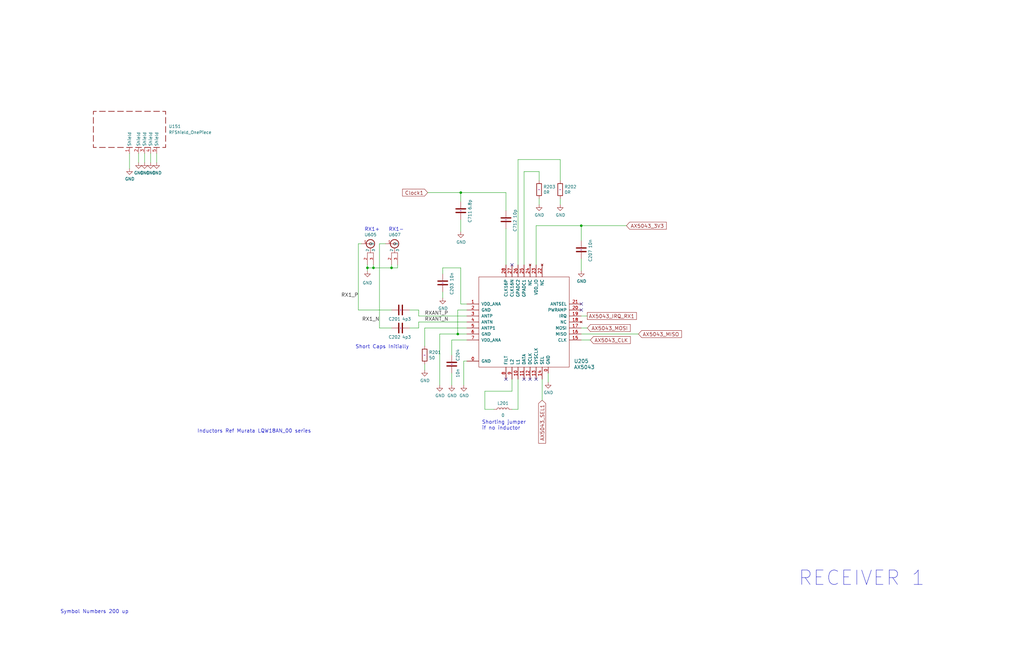
<source format=kicad_sch>
(kicad_sch (version 20230121) (generator eeschema)
  (paper "USLedger")
  (title_block (title "Radiation Tolerant PacSat Communication") (date "2023-06-17") (rev "A") (company "AMSAT-NA") (comment 1 "N5BRG"))
  (lib_symbols
    (symbol "Device:C" (pin_numbers hide) (pin_names (offset 0.254))
      (property "Reference" "C" (at 0.635 2.54 0))
      (property "Value" "C" (at 0.635 -2.54 0))
      (symbol "C_0_1"
        (polyline (pts (xy -2.032 -0.762) (xy 2.032 -0.762)) (stroke (width 0.508)))
        (polyline (pts (xy -2.032 0.762) (xy 2.032 0.762)) (stroke (width 0.508)))
      )
      (symbol "C_1_1"
        (pin passive line (at 0 3.81 270) (length 2.794) (name "~") (number "1"))
        (pin passive line (at 0 -3.81 90) (length 2.794) (name "~") (number "2"))
      )
    )
    (symbol "Device:L" (pin_numbers hide) (pin_names (offset 1.016) hide)
      (property "Reference" "L" (at -1.27 0 90))
      (property "Value" "L" (at 1.905 0 90))
      (symbol "L_0_1"
        (arc (start 0 -2.54) (mid 0.6323 -1.905) (end 0 -1.27))
        (arc (start 0 -1.27) (mid 0.6323 -0.635) (end 0 0))
        (arc (start 0 0) (mid 0.6323 0.635) (end 0 1.27))
        (arc (start 0 1.27) (mid 0.6323 1.905) (end 0 2.54))
      )
      (symbol "L_1_1"
        (pin passive line (at 0 3.81 270) (length 1.27) (name "1") (number "1"))
        (pin passive line (at 0 -3.81 90) (length 1.27) (name "2") (number "2"))
      )
    )
    (symbol "Device:R" (pin_numbers hide) (pin_names (offset 0))
      (property "Reference" "R" (at 2.032 0 90))
      (property "Value" "R" (at 0 0 90))
      (symbol "R_0_1"
        (rectangle (start -1.016 -2.54) (end 1.016 2.54) (stroke (width 0.254)))
      )
      (symbol "R_1_1"
        (pin passive line (at 0 3.81 270) (length 1.27) (name "~") (number "1"))
        (pin passive line (at 0 -3.81 90) (length 1.27) (name "~") (number "2"))
      )
    )
    (symbol "PACSAT_DEV_misc:AX5043" (pin_names (offset 1.016))
      (property "Reference" "U156" (at 16.51 -21.59 0))
      (property "Value" "AX5043" (at -5.08 0 0))
      (symbol "AX5043_0_1"
        (rectangle (start -19.05 19.05) (end 19.05 -19.05))
      )
      (symbol "AX5043_1_1"
        (pin passive line (at -24.13 -16.51 0) (length 5.08) (name "GND") (number "0"))
        (pin power_in line (at 10.16 -21.59 90) (length 2.54) (name "GND") (number "0"))
        (pin passive line (at -24.13 7.62 0) (length 5.08) (name "VDD_ANA") (number "1"))
        (pin passive line (at -2.54 -24.13 90) (length 5.08) (name "L1") (number "10"))
        (pin input line (at 0 -24.13 90) (length 5.08) (name "DATA") (number "11"))
        (pin input line (at 2.54 -24.13 90) (length 5.08) (name "DCLK") (number "12"))
        (pin output line (at 5.08 -24.13 90) (length 5.08) (name "SYSCLK") (number "13"))
        (pin input line (at 7.62 -24.13 90) (length 5.08) (name "SEL") (number "14"))
        (pin input line (at 24.13 -7.62 180) (length 5.08) (name "CLK") (number "15"))
        (pin tri_state line (at 24.13 -5.08 180) (length 5.08) (name "MISO") (number "16"))
        (pin input line (at 24.13 -2.54 180) (length 5.08) (name "MOSI") (number "17"))
        (pin no_connect line (at 24.13 0 180) (length 5.08) (name "NC") (number "18"))
        (pin output line (at 24.13 2.54 180) (length 5.08) (name "IRQ") (number "19"))
        (pin input line (at -24.13 5.08 0) (length 5.08) (name "GND") (number "2"))
        (pin output line (at 24.13 5.08 180) (length 5.08) (name "PWRAMP") (number "20"))
        (pin output line (at 24.13 7.62 180) (length 5.08) (name "ANTSEL") (number "21"))
        (pin no_connect line (at 7.62 24.13 270) (length 5.08) (name "NC") (number "22"))
        (pin passive line (at 5.08 24.13 270) (length 5.08) (name "VDD_IO") (number "23"))
        (pin no_connect line (at 2.54 24.13 270) (length 5.08) (name "NC") (number "24"))
        (pin input line (at 0 24.13 270) (length 5.08) (name "GPADC1") (number "25"))
        (pin input line (at -2.54 24.13 270) (length 5.08) (name "GPADC2") (number "26"))
        (pin passive line (at -5.08 24.13 270) (length 5.08) (name "CLK16N") (number "27"))
        (pin passive line (at -7.62 24.13 270) (length 5.08) (name "CLK16P") (number "28"))
        (pin bidirectional line (at -24.13 2.54 0) (length 5.08) (name "ANTP") (number "3"))
        (pin bidirectional line (at -24.13 0 0) (length 5.08) (name "ANTN") (number "4"))
        (pin output line (at -24.13 -2.54 0) (length 5.08) (name "ANTP1") (number "5"))
        (pin input line (at -24.13 -5.08 0) (length 5.08) (name "GND") (number "6"))
        (pin passive line (at -24.13 -7.62 0) (length 5.08) (name "VDD_ANA") (number "7"))
        (pin passive line (at -7.62 -24.13 90) (length 5.08) (name "FILT") (number "8"))
        (pin passive line (at -5.08 -24.13 90) (length 5.08) (name "L2") (number "9"))
      )
    )
    (symbol "PACSAT_DEV_misc:RF_SHIELD_BOX"
      (property "Reference" "U" (at -15.24 8.89 0))
      (symbol "RF_SHIELD_BOX_0_1"
        (polyline (pts (xy -16.51 -5.08) (xy -16.51 -2.54)) (stroke (width 0.254)))
        (polyline (pts (xy -16.51 -1.27) (xy -16.51 1.27)) (stroke (width 0.254)))
        (polyline (pts (xy -16.51 2.54) (xy -16.51 5.08)) (stroke (width 0.254)))
        (polyline (pts (xy -13.97 7.62) (xy -11.43 7.62)) (stroke (width 0.254)))
        (polyline (pts (xy -11.43 -7.62) (xy -13.97 -7.62)) (stroke (width 0.254)))
        (polyline (pts (xy -7.62 -7.62) (xy -10.16 -7.62)) (stroke (width 0.254)))
        (polyline (pts (xy -7.62 7.62) (xy -10.16 7.62)) (stroke (width 0.254)))
        (polyline (pts (xy -3.81 -7.62) (xy -6.35 -7.62)) (stroke (width 0.254)))
        (polyline (pts (xy -3.81 7.62) (xy -6.35 7.62)) (stroke (width 0.254)))
        (polyline (pts (xy -2.54 -7.62) (xy 0 -7.62)) (stroke (width 0.254)))
        (polyline (pts (xy 0 7.62) (xy -2.54 7.62)) (stroke (width 0.254)))
        (polyline (pts (xy 1.27 -7.62) (xy 3.81 -7.62)) (stroke (width 0.254)))
        (polyline (pts (xy 3.81 7.62) (xy 1.27 7.62)) (stroke (width 0.254)))
        (polyline (pts (xy 5.08 -7.62) (xy 7.62 -7.62)) (stroke (width 0.254)))
        (polyline (pts (xy 7.62 7.62) (xy 5.08 7.62)) (stroke (width 0.254)))
        (polyline (pts (xy 8.89 -7.62) (xy 11.43 -7.62)) (stroke (width 0.254)))
        (polyline (pts (xy 11.43 7.62) (xy 8.89 7.62)) (stroke (width 0.254)))
        (polyline (pts (xy 13.97 -5.08) (xy 13.97 -2.54)) (stroke (width 0.254)))
        (polyline (pts (xy 13.97 -1.27) (xy 13.97 1.27)) (stroke (width 0.254)))
        (polyline (pts (xy 13.97 2.54) (xy 13.97 5.08)) (stroke (width 0.254)))
        (polyline (pts (xy -16.51 6.35) (xy -16.51 7.62) (xy -15.24 7.62)) (stroke (width 0.254)))
        (polyline (pts (xy -15.24 -7.62) (xy -16.51 -7.62) (xy -16.51 -6.35)) (stroke (width 0.254)))
        (polyline (pts (xy 12.7 -7.62) (xy 13.97 -7.62) (xy 13.97 -6.35)) (stroke (width 0.254)))
        (polyline (pts (xy 13.97 6.35) (xy 13.97 7.62) (xy 12.7 7.62)) (stroke (width 0.254)))
      )
      (symbol "RF_SHIELD_BOX_1_1"
        (pin power_in line (at -1.27 -10.16 90) (length 2.54) (name "Shield") (number "1"))
        (pin power_in line (at 2.54 -10.16 90) (length 2.54) (name "Shield") (number "2"))
        (pin power_in line (at 5.08 -10.16 90) (length 2.54) (name "Shield") (number "3"))
        (pin power_in line (at 7.62 -10.16 90) (length 2.54) (name "Shield") (number "4"))
        (pin power_in line (at 10.16 -10.16 90) (length 2.54) (name "Shield") (number "5"))
      )
    )
    (symbol "PACSAT_DEV_misc:U_FL"
      (property "Reference" "U" (at -3.81 2.54 0))
      (symbol "U_FL_0_1"
        (polyline (pts (xy -1.27 -3.81) (xy 1.27 -3.81)))
        (polyline (pts (xy 0 -3.81) (xy 0 -1.778)))
        (circle (center 0 0) (radius 0.508) (stroke (width 0.2032)))
        (circle (center 0 0) (radius 1.778) (stroke (width 0.3048)))
      )
      (symbol "U_FL_1_1"
        (pin bidirectional line (at -3.81 0 0) (length 3.302) (name "In") (number "1"))
        (pin power_in line (at -1.27 -8.89 90) (length 5.08) (name "2") (number "2"))
        (pin power_in line (at 1.27 -8.89 90) (length 5.08) (name "3") (number "3"))
      )
    )
    (symbol "power:GND" (power) (pin_names (offset 0))
      (property "Value" "GND" (at 0 -3.81 0))
      (symbol "GND_0_1"
        (polyline (pts (xy 0 0) (xy 0 -1.27) (xy 1.27 -1.27) (xy 0 -2.54) (xy -1.27 -1.27) (xy 0 -1.27)))
      )
      (symbol "GND_1_1"
        (pin power_in line (at 0 0 270) (length 0) hide (name "GND") (number "1"))
      )
    )
  )
  (junction (at 154.94 113.03))
  (junction (at 193.04 140.97))
  (junction (at 165.1 113.03))
  (junction (at 157.48 113.03))
  (junction (at 194.31 81.28))
  (junction (at 245.11 95.25))
  (no_connect (at 223.52 160.02))
  (no_connect (at 213.36 160.02))
  (no_connect (at 215.9 111.76))
  (no_connect (at 245.11 128.27))
  (no_connect (at 226.06 160.02))
  (no_connect (at 220.98 160.02))
  (no_connect (at 245.11 130.81))
  (wire (pts (xy 220.98 72.39) (xy 227.33 72.39)))
  (wire (pts (xy 194.31 113.03) (xy 186.69 113.03)))
  (wire (pts (xy 193.04 140.97) (xy 196.85 140.97)))
  (wire (pts (xy 179.07 153.67) (xy 179.07 156.21)))
  (wire (pts (xy 245.11 95.25) (xy 264.16 95.25)))
  (wire (pts (xy 179.07 138.43) (xy 196.85 138.43)))
  (wire (pts (xy 60.96 64.77) (xy 60.96 68.58)))
  (wire (pts (xy 236.22 67.31) (xy 236.22 76.2)))
  (wire (pts (xy 194.31 128.27) (xy 194.31 113.03)))
  (wire (pts (xy 151.13 130.81) (xy 165.1 130.81)))
  (wire (pts (xy 151.13 102.87) (xy 151.13 130.81)))
  (wire (pts (xy 154.94 113.03) (xy 157.48 113.03)))
  (wire (pts (xy 165.1 113.03) (xy 167.64 113.03)))
  (wire (pts (xy 54.61 64.77) (xy 54.61 71.12)))
  (wire (pts (xy 213.36 96.52) (xy 213.36 111.76)))
  (wire (pts (xy 215.9 165.1) (xy 204.47 165.1)))
  (wire (pts (xy 186.69 113.03) (xy 186.69 115.57)))
  (wire (pts (xy 245.11 101.6) (xy 245.11 95.25)))
  (wire (pts (xy 186.69 123.19) (xy 186.69 125.73)))
  (wire (pts (xy 194.31 81.28) (xy 194.31 85.09)))
  (wire (pts (xy 176.53 138.43) (xy 176.53 135.89)))
  (wire (pts (xy 215.9 172.72) (xy 218.44 172.72)))
  (wire (pts (xy 66.04 64.77) (xy 66.04 68.58)))
  (wire (pts (xy 160.02 138.43) (xy 165.1 138.43)))
  (wire (pts (xy 160.02 102.87) (xy 160.02 138.43)))
  (wire (pts (xy 220.98 72.39) (xy 220.98 111.76)))
  (wire (pts (xy 154.94 111.76) (xy 154.94 113.03)))
  (wire (pts (xy 185.42 140.97) (xy 193.04 140.97)))
  (wire (pts (xy 218.44 160.02) (xy 218.44 172.72)))
  (wire (pts (xy 195.58 152.4) (xy 195.58 162.56)))
  (wire (pts (xy 204.47 165.1) (xy 204.47 172.72)))
  (wire (pts (xy 196.85 130.81) (xy 193.04 130.81)))
  (wire (pts (xy 231.14 157.48) (xy 231.14 161.29)))
  (wire (pts (xy 226.06 95.25) (xy 245.11 95.25)))
  (wire (pts (xy 167.64 111.76) (xy 167.64 113.03)))
  (wire (pts (xy 236.22 83.82) (xy 236.22 86.36)))
  (wire (pts (xy 154.94 113.03) (xy 154.94 114.3)))
  (wire (pts (xy 245.11 133.35) (xy 247.65 133.35)))
  (wire (pts (xy 58.42 64.77) (xy 58.42 68.58)))
  (wire (pts (xy 245.11 138.43) (xy 247.65 138.43)))
  (wire (pts (xy 228.6 160.02) (xy 228.6 168.91)))
  (wire (pts (xy 227.33 83.82) (xy 227.33 86.36)))
  (wire (pts (xy 157.48 111.76) (xy 157.48 113.03)))
  (wire (pts (xy 176.53 133.35) (xy 196.85 133.35)))
  (wire (pts (xy 245.11 109.22) (xy 245.11 114.3)))
  (wire (pts (xy 190.5 143.51) (xy 190.5 149.86)))
  (wire (pts (xy 196.85 152.4) (xy 195.58 152.4)))
  (wire (pts (xy 218.44 67.31) (xy 236.22 67.31)))
  (wire (pts (xy 157.48 113.03) (xy 165.1 113.03)))
  (wire (pts (xy 226.06 111.76) (xy 226.06 95.25)))
  (wire (pts (xy 196.85 128.27) (xy 194.31 128.27)))
  (wire (pts (xy 172.72 138.43) (xy 176.53 138.43)))
  (wire (pts (xy 172.72 130.81) (xy 176.53 130.81)))
  (wire (pts (xy 185.42 162.56) (xy 185.42 140.97)))
  (wire (pts (xy 180.34 81.28) (xy 194.31 81.28)))
  (wire (pts (xy 213.36 81.28) (xy 213.36 88.9)))
  (wire (pts (xy 162.56 102.87) (xy 160.02 102.87)))
  (wire (pts (xy 204.47 172.72) (xy 208.28 172.72)))
  (wire (pts (xy 176.53 130.81) (xy 176.53 133.35)))
  (wire (pts (xy 152.4 102.87) (xy 151.13 102.87)))
  (wire (pts (xy 245.11 143.51) (xy 248.92 143.51)))
  (wire (pts (xy 245.11 140.97) (xy 269.24 140.97)))
  (wire (pts (xy 194.31 92.71) (xy 194.31 97.79)))
  (wire (pts (xy 63.5 64.77) (xy 63.5 68.58)))
  (wire (pts (xy 165.1 111.76) (xy 165.1 113.03)))
  (wire (pts (xy 218.44 67.31) (xy 218.44 111.76)))
  (wire (pts (xy 179.07 138.43) (xy 179.07 146.05)))
  (wire (pts (xy 176.53 135.89) (xy 196.85 135.89)))
  (wire (pts (xy 196.85 143.51) (xy 190.5 143.51)))
  (wire (pts (xy 190.5 157.48) (xy 190.5 162.56)))
  (wire (pts (xy 193.04 130.81) (xy 193.04 140.97)))
  (wire (pts (xy 194.31 81.28) (xy 213.36 81.28)))
  (wire (pts (xy 215.9 160.02) (xy 215.9 165.1)))
  (wire (pts (xy 227.33 72.39) (xy 227.33 76.2)))
  (text "Inductors Ref Murata LQW18AN_00 series" (at 83.185 182.88 0) (effects (font (size 1.524 1.524)) (justify left bottom)))
  (text "RECEIVER 1" (at 336.55 247.65 0) (effects (font (size 6.096 6.096)) (justify left bottom)))
  (text "Symbol Numbers 200 up" (at 25.4 259.08 0) (effects (font (size 1.524 1.524)) (justify left bottom)))
  (text "RX1+" (at 153.67 97.79 0) (effects (font (size 1.524 1.524)) (justify left bottom)))
  (text "Shorting jumper\nif no inductor" (at 203.2 181.61 0) (effects (font (size 1.524 1.524)) (justify left bottom)))
  (text "RX1-" (at 163.83 97.79 0) (effects (font (size 1.524 1.524)) (justify left bottom)))
  (text "Short Caps Initially" (at 149.86 147.32 0) (effects (font (size 1.524 1.524)) (justify left bottom)))
  (label "RX1_P" (at 151.13 125.73 180) (effects (font (size 1.524 1.524))))
  (label "RXANT_N" (at 179.07 135.89 0) (effects (font (size 1.524 1.524))))
  (label "RX1_N" (at 160.02 135.89 180) (effects (font (size 1.524 1.524))))
  (label "RXANT_P" (at 179.07 133.35 0) (effects (font (size 1.524 1.524))))
  (global_label "AX5043_MOSI" (shape input) (at 247.65 138.43 0) (effects (font (size 1.524 1.524))) (property "Intersheetrefs" "${INTERSHEET_REFS}" (effects hide)))
  (global_label "AX5043_IRQ_RX1" (shape passive) (at 247.65 133.35 0) (effects (font (size 1.524 1.524))) (property "Intersheetrefs" "${INTERSHEET_REFS}" (effects hide)))
  (global_label "AX5043_MISO" (shape input) (at 269.24 140.97 0) (effects (font (size 1.524 1.524))) (property "Intersheetrefs" "${INTERSHEET_REFS}" (effects hide)))
  (global_label "AX5043_CLK" (shape input) (at 248.92 143.51 0) (effects (font (size 1.524 1.524))) (property "Intersheetrefs" "${INTERSHEET_REFS}" (effects hide)))
  (global_label "Clock1" (shape input) (at 180.34 81.28 180) (effects (font (size 1.524 1.524))) (property "Intersheetrefs" "${INTERSHEET_REFS}" (effects hide)))
  (global_label "AX5043_SEL1" (shape input) (at 228.6 168.91 270) (effects (font (size 1.524 1.524))) (property "Intersheetrefs" "${INTERSHEET_REFS}" (effects hide)))
  (global_label "AX5043_3V3" (shape input) (at 264.16 95.25 0) (effects (font (size 1.524 1.524))) (property "Intersheetrefs" "${INTERSHEET_REFS}" (effects hide)))
  (symbol (lib_id "PACSAT_DEV_misc:AX5043") (at 220.98 135.89 0) (unit 1)
    (property "Reference" "U205" (at 245.11 152.4 0) (effects (font (size 1.524 1.524))))
    (property "Value" "AX5043" (at 246.38 154.94 0) (effects (font (size 1.524 1.524))))
    (property "Footprint" "PacSatDev_onsemi:QFN28" (effects hide))
  )
  (symbol (lib_id "Device:C") (at 190.5 153.67 180) (unit 1)
    (property "Reference" "C204" (at 193.04 149.86 90))
    (property "Value" "10n" (at 193.04 157.48 90))
    (property "Footprint" "Capacitor_SMD:C_0603_1608Metric_Pad1.08x0.95mm_HandSolder" (effects hide))
    (property "Datasheet" "~" (at 190.5 153.67 0))
  )
  (symbol (lib_id "Device:C") (at 213.36 92.71 0) (unit 1)
    (property "Reference" "C712" (at 217.17 95.25 90))
    (property "Value" "10p" (at 217.17 90.17 90))
    (property "Footprint" "Capacitor_SMD:C_0603_1608Metric_Pad1.08x0.95mm_HandSolder" (effects hide))
    (property "Datasheet" "~" (at 213.36 92.71 0))
    (instances (project "PacSat+dev+revC_230909" (path "" (reference "C712") (unit 1)) (path "" (reference "C206") (unit 1))))
  )
  (symbol (lib_id "Device:C") (at 194.31 88.9 0) (unit 1)
    (property "Reference" "C711" (at 198.12 91.44 90))
    (property "Value" "6.8p" (at 198.12 86.36 90))
    (property "Footprint" "Capacitor_SMD:C_0603_1608Metric_Pad1.08x0.95mm_HandSolder" (effects hide))
    (property "Datasheet" "~" (at 194.31 88.9 0))
    (instances (project "PacSat+dev+revC_230909" (path "" (reference "C711") (unit 1)) (path "" (reference "C205") (unit 1))))
  )
  (symbol (lib_id "power:GND") (at 190.5 162.56 0) (unit 1)
    (property "Reference" "#PWR0206" (effects hide))
    (property "Value" "GND" (at 190.627 166.9542 0))
  )
  (symbol (lib_id "power:GND") (at 194.31 97.79 0) (unit 1)
    (property "Reference" "#PWR0735" (effects hide))
    (property "Value" "GND" (at 194.437 102.1842 0))
    (instances (project "PacSat+dev+revC_230909" (path "" (reference "#PWR0735") (unit 1)) (path "" (reference "#PWR0207") (unit 1))))
  )
  (symbol (lib_id "power:GND") (at 66.04 68.58 0) (unit 1)
    (property "Reference" "#PWR0161" (effects hide))
    (property "Value" "GND" (at 66.167 72.9742 0))
    (instances (project "PacSat+dev+revC_230909" (path "" (reference "#PWR0161") (unit 1)) (path "" (reference "#PWR0724") (unit 1))))
  )
  (symbol (lib_id "power:GND") (at 236.22 86.36 0) (unit 1)
    (property "Reference" "#PWR0211" (effects hide))
    (property "Value" "GND" (at 236.347 90.7542 0))
  )
  (symbol (lib_id "power:GND") (at 186.69 125.73 0) (unit 1)
    (property "Reference" "#PWR0205" (effects hide))
    (property "Value" "GND" (at 186.817 130.1242 0))
  )
  (symbol (lib_id "power:GND") (at 63.5 68.58 0) (unit 1)
    (property "Reference" "#PWR0161" (effects hide))
    (property "Value" "GND" (at 63.627 72.9742 0))
    (instances (project "PacSat+dev+revC_230909" (path "" (reference "#PWR0161") (unit 1)) (path "" (reference "#PWR0725") (unit 1))))
  )
  (symbol (lib_id "Device:C") (at 245.11 105.41 0) (unit 1)
    (property "Reference" "C207" (at 248.92 107.95 90))
    (property "Value" "10n" (at 248.92 102.87 90))
    (property "Footprint" "Capacitor_SMD:C_0603_1608Metric_Pad1.08x0.95mm_HandSolder" (effects hide))
    (property "Datasheet" "~" (at 245.11 105.41 0))
  )
  (symbol (lib_id "Device:C") (at 186.69 119.38 0) (unit 1)
    (property "Reference" "C203" (at 190.5 121.92 90))
    (property "Value" "10n" (at 190.5 116.84 90))
    (property "Footprint" "Capacitor_SMD:C_0603_1608Metric_Pad1.08x0.95mm_HandSolder" (effects hide))
    (property "Datasheet" "~" (at 186.69 119.38 0))
  )
  (symbol (lib_id "power:GND") (at 58.42 68.58 0) (unit 1)
    (property "Reference" "#PWR0161" (effects hide))
    (property "Value" "GND" (at 58.547 72.9742 0))
    (instances (project "PacSat+dev+revC_230909" (path "" (reference "#PWR0161") (unit 1)) (path "" (reference "#PWR0713") (unit 1))))
  )
  (symbol (lib_id "power:GND") (at 54.61 71.12 0) (unit 1)
    (property "Reference" "#PWR0161" (effects hide))
    (property "Value" "GND" (at 54.737 75.5142 0))
    (instances (project "PacSat+dev+revC_230909" (path "" (reference "#PWR0161") (unit 1)) (path "" (reference "#PWR0617") (unit 1))))
  )
  (symbol (lib_id "power:GND") (at 154.94 114.3 0) (unit 1)
    (property "Reference" "#PWR0614" (effects hide))
    (property "Value" "GND" (at 154.94 119.38 0))
    (instances (project "PacSat+dev+revC_230909" (path "" (reference "#PWR0614") (unit 1)) (path "" (reference "#PWR0202") (unit 1))))
  )
  (symbol (lib_id "power:GND") (at 231.14 161.29 0) (unit 1)
    (property "Reference" "#PWR0210" (effects hide))
    (property "Value" "GND" (at 231.267 165.6842 0))
  )
  (symbol (lib_id "power:GND") (at 245.11 114.3 0) (unit 1)
    (property "Reference" "#PWR0212" (effects hide))
    (property "Value" "GND" (at 245.237 118.6942 0))
  )
  (symbol (lib_id "Device:C") (at 168.91 130.81 270) (unit 1)
    (property "Reference" "C201" (at 166.37 134.62 90))
    (property "Value" "4p3" (at 171.45 134.62 90))
    (property "Footprint" "Capacitor_SMD:C_0603_1608Metric_Pad1.08x0.95mm_HandSolder" (effects hide))
    (property "Datasheet" "~" (at 168.91 130.81 0))
  )
  (symbol (lib_id "Device:L") (at 212.09 172.72 90) (unit 1)
    (property "Reference" "L201" (at 212.09 170.18 90))
    (property "Value" "0" (at 212.09 175.26 90))
    (property "Footprint" "PacSatDev_misc:L_Murata_LQH2MCNxxxx02_2.0x1.6mm" (effects hide))
  )
  (symbol (lib_id "power:GND") (at 60.96 68.58 0) (unit 1)
    (property "Reference" "#PWR0161" (effects hide))
    (property "Value" "GND" (at 61.087 72.9742 0))
    (instances (project "PacSat+dev+revC_230909" (path "" (reference "#PWR0161") (unit 1)) (path "" (reference "#PWR0723") (unit 1))))
  )
  (symbol (lib_id "power:GND") (at 227.33 86.36 0) (unit 1)
    (property "Reference" "#PWR0209" (effects hide))
    (property "Value" "GND" (at 227.457 90.7542 0))
  )
  (symbol (lib_id "PACSAT_DEV_misc:U_FL") (at 156.21 102.87 0) (unit 1)
    (property "Reference" "U605" (at 153.67 99.06 0) (effects (justify left)))
    (property "Value" "~" (at 156.21 102.87 0))
    (property "Footprint" "PacSatDev_misc:U_FL" (effects hide))
    (instances (project "PacSat+dev+revC_230909" (path "" (reference "U605") (unit 1)) (path "" (reference "P201") (unit 1))))
  )
  (symbol (lib_id "power:GND") (at 185.42 162.56 0) (unit 1)
    (property "Reference" "#PWR0204" (effects hide))
    (property "Value" "GND" (at 185.547 166.9542 0))
  )
  (symbol (lib_id "power:GND") (at 179.07 156.21 0) (unit 1)
    (property "Reference" "#PWR0203" (effects hide))
    (property "Value" "GND" (at 179.197 160.6042 0))
  )
  (symbol (lib_id "Device:R") (at 236.22 80.01 0) (unit 1)
    (property "Reference" "R202" (at 237.998 78.8416 0) (effects (justify left)))
    (property "Value" "0R" (at 237.998 81.153 0) (effects (justify left)))
    (property "Footprint" "Resistor_SMD:R_0603_1608Metric_Pad0.98x0.95mm_HandSolder" (effects hide))
    (property "Datasheet" "~" (at 236.22 80.01 0))
  )
  (symbol (lib_id "Device:C") (at 168.91 138.43 270) (unit 1)
    (property "Reference" "C202" (at 166.37 142.24 90))
    (property "Value" "4p3" (at 171.45 142.24 90))
    (property "Footprint" "Capacitor_SMD:C_0603_1608Metric_Pad1.08x0.95mm_HandSolder" (effects hide))
    (property "Datasheet" "~" (at 168.91 138.43 0))
  )
  (symbol (lib_id "PACSAT_DEV_misc:RF_SHIELD_BOX") (at 55.88 54.61 0) (unit 1)
    (property "Reference" "U151" (at 71.12 53.34 0) (effects (justify left)))
    (property "Value" "RFShield_OnePiece" (at 71.12 55.88 0) (effects (justify left)))
    (property "Footprint" "PacSatDev_misc:RF_SHIELD_BMI_S_201_F_U201" (effects hide))
    (instances (project "PacSat+dev+revC_230909" (path "" (reference "U151") (unit 1)) (path "" (reference "U201") (unit 1))))
  )
  (symbol (lib_id "Device:R") (at 179.07 149.86 0) (unit 1)
    (property "Reference" "R201" (at 180.848 148.6916 0) (effects (justify left)))
    (property "Value" "50" (at 180.848 151.003 0) (effects (justify left)))
    (property "Footprint" "Resistor_SMD:R_0603_1608Metric_Pad0.98x0.95mm_HandSolder" (effects hide))
    (property "Datasheet" "~" (at 179.07 149.86 0))
  )
  (symbol (lib_id "power:GND") (at 195.58 162.56 0) (unit 1)
    (property "Reference" "#PWR0208" (effects hide))
    (property "Value" "GND" (at 195.707 166.9542 0))
  )
  (symbol (lib_id "Device:R") (at 227.33 80.01 0) (unit 1)
    (property "Reference" "R203" (at 229.108 78.8416 0) (effects (justify left)))
    (property "Value" "0R" (at 229.108 81.153 0) (effects (justify left)))
    (property "Footprint" "Resistor_SMD:R_0603_1608Metric_Pad0.98x0.95mm_HandSolder" (effects hide))
    (property "Datasheet" "~" (at 227.33 80.01 0))
  )
  (symbol (lib_id "PACSAT_DEV_misc:U_FL") (at 166.37 102.87 0) (unit 1)
    (property "Reference" "U607" (at 163.83 99.06 0) (effects (justify left)))
    (property "Value" "~" (at 166.37 102.87 0))
    (property "Footprint" "PacSatDev_misc:U_FL" (effects hide))
    (instances (project "PacSat+dev+revC_230909" (path "" (reference "U607") (unit 1)) (path "" (reference "P202") (unit 1))))
  )
)
</source>
